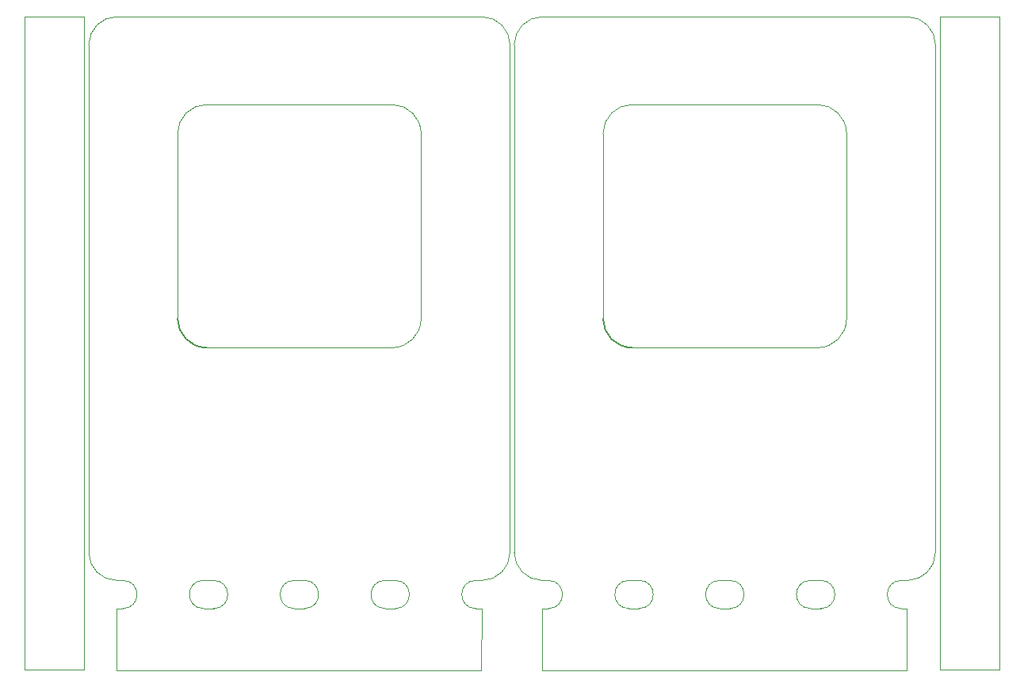
<source format=gbr>
%TF.GenerationSoftware,KiCad,Pcbnew,7.0.7*%
%TF.CreationDate,2023-10-25T17:49:02-07:00*%
%TF.ProjectId,sfh2430_breakout_panelized,73666832-3433-4305-9f62-7265616b6f75,rev?*%
%TF.SameCoordinates,Original*%
%TF.FileFunction,Profile,NP*%
%FSLAX46Y46*%
G04 Gerber Fmt 4.6, Leading zero omitted, Abs format (unit mm)*
G04 Created by KiCad (PCBNEW 7.0.7) date 2023-10-25 17:49:02*
%MOMM*%
%LPD*%
G01*
G04 APERTURE LIST*
%TA.AperFunction,Profile*%
%ADD10C,0.100000*%
%TD*%
%TA.AperFunction,Profile*%
%ADD11C,0.150000*%
%TD*%
G04 APERTURE END LIST*
D10*
X137100000Y-106600000D02*
G75*
G03*
X137100000Y-109600000I0J-1500000D01*
G01*
X117700000Y-109600000D02*
X118800000Y-109600000D01*
X73350000Y-106600000D02*
X72250000Y-106600000D01*
X53300000Y-46300000D02*
X92300000Y-46300000D01*
X50300000Y-103600000D02*
G75*
G03*
X53300000Y-106600000I3000000J0D01*
G01*
X43475000Y-116175000D02*
X43475000Y-46325000D01*
X95300000Y-49300000D02*
X95300000Y-103600000D01*
X98750000Y-116200000D02*
X137700000Y-116200000D01*
X128500000Y-106600000D02*
X127400000Y-106600000D01*
X118800000Y-106600000D02*
X117700000Y-106600000D01*
X127400000Y-106600000D02*
G75*
G03*
X127400000Y-109600000I0J-1500000D01*
G01*
X83050000Y-109600000D02*
X81950000Y-109600000D01*
X147575000Y-46325000D02*
X147575000Y-116175000D01*
X98750000Y-109600000D02*
X98750000Y-116200000D01*
X137750000Y-106600000D02*
X137100000Y-106600000D01*
X92258731Y-109600000D02*
X92250000Y-116200000D01*
X95750000Y-103600000D02*
G75*
G03*
X98750000Y-106600000I3000000J0D01*
G01*
X49825000Y-46325000D02*
X49825000Y-116175000D01*
X63650000Y-106600000D02*
X62550000Y-106600000D01*
X98750000Y-46300000D02*
G75*
G03*
X95750000Y-49300000I0J-3000000D01*
G01*
X147575000Y-116175000D02*
X141225000Y-116175000D01*
X62550000Y-106600000D02*
G75*
G03*
X62550000Y-109600000I0J-1500000D01*
G01*
X92300000Y-106600000D02*
X91650000Y-106600000D01*
X140750000Y-49300000D02*
G75*
G03*
X137750000Y-46300000I-3000000J0D01*
G01*
X108342031Y-55692031D02*
G75*
G03*
X105242031Y-58792031I-31J-3099969D01*
G01*
X62550000Y-109600000D02*
X63650000Y-109600000D01*
X128157968Y-81707968D02*
G75*
G03*
X131257968Y-78607968I32J3099968D01*
G01*
X128500000Y-109600000D02*
G75*
G03*
X128500000Y-106600000I0J1500000D01*
G01*
X131258000Y-58800000D02*
G75*
G03*
X128157949Y-55700000I-3100000J0D01*
G01*
X98750000Y-46300000D02*
X137750000Y-46300000D01*
X99400000Y-106600000D02*
X98750000Y-106600000D01*
X63650000Y-109600000D02*
G75*
G03*
X63650000Y-106600000I0J1500000D01*
G01*
X109100000Y-106600000D02*
X108000000Y-106600000D01*
X131257949Y-78603984D02*
X131257949Y-58800000D01*
X95300000Y-49300000D02*
G75*
G03*
X92300000Y-46300000I-3000000J0D01*
G01*
X92300000Y-106600000D02*
G75*
G03*
X95300000Y-103600000I0J3000000D01*
G01*
X83050000Y-109600000D02*
G75*
G03*
X83050000Y-106600000I0J1500000D01*
G01*
X53300000Y-116200000D02*
X92250000Y-116200000D01*
X62892031Y-81696015D02*
X82707968Y-81707968D01*
X95750000Y-49300000D02*
X95750000Y-103600000D01*
X50300000Y-49300000D02*
X50300000Y-103600000D01*
X82707968Y-81707968D02*
G75*
G03*
X85807968Y-78607968I32J3099968D01*
G01*
D11*
X59791985Y-78596015D02*
G75*
G03*
X62892031Y-81696015I3100015J15D01*
G01*
D10*
X72250000Y-106600000D02*
G75*
G03*
X72250000Y-109600000I0J-1500000D01*
G01*
X108342031Y-55692031D02*
X128157949Y-55700000D01*
X105242031Y-78596015D02*
X105242031Y-58792031D01*
X141225000Y-116175000D02*
X141225000Y-46325000D01*
D11*
X105242085Y-78596015D02*
G75*
G03*
X108342031Y-81696015I3099915J-85D01*
G01*
D10*
X128500000Y-109600000D02*
X127400000Y-109600000D01*
X141225000Y-46325000D02*
X147575000Y-46325000D01*
X62892031Y-55692031D02*
X82707949Y-55700000D01*
X109100000Y-109600000D02*
G75*
G03*
X109100000Y-106600000I0J1500000D01*
G01*
X99400000Y-109600000D02*
X98750000Y-109600000D01*
X73350000Y-109600000D02*
G75*
G03*
X73350000Y-106600000I0J1500000D01*
G01*
X137750000Y-106600000D02*
G75*
G03*
X140750000Y-103600000I0J3000000D01*
G01*
X62892031Y-55692031D02*
G75*
G03*
X59792031Y-58792031I-1J-3099999D01*
G01*
X72250000Y-109600000D02*
X73350000Y-109600000D01*
X99400000Y-109600000D02*
G75*
G03*
X99400000Y-106600000I0J1500000D01*
G01*
X91650000Y-109600000D02*
X92258731Y-109600000D01*
X43475000Y-46325000D02*
X49825000Y-46325000D01*
X85807949Y-78603984D02*
X85807949Y-58800000D01*
X53950000Y-109600000D02*
X53300000Y-109600000D01*
X108000000Y-106600000D02*
G75*
G03*
X108000000Y-109600000I0J-1500000D01*
G01*
X83050000Y-106600000D02*
X81950000Y-106600000D01*
X137100000Y-109600000D02*
X137708731Y-109600000D01*
X118800000Y-109600000D02*
G75*
G03*
X118800000Y-106600000I0J1500000D01*
G01*
X108000000Y-109600000D02*
X109100000Y-109600000D01*
X85807900Y-58800000D02*
G75*
G03*
X82707949Y-55700000I-3099900J100D01*
G01*
X117700000Y-106600000D02*
G75*
G03*
X117700000Y-109600000I0J-1500000D01*
G01*
X137708731Y-109600000D02*
X137700000Y-116200000D01*
X59792031Y-78596015D02*
X59792031Y-58792031D01*
X53950000Y-106600000D02*
X53300000Y-106600000D01*
X81950000Y-106600000D02*
G75*
G03*
X81950000Y-109600000I0J-1500000D01*
G01*
X53300000Y-109600000D02*
X53300000Y-116200000D01*
X49825000Y-116175000D02*
X43475000Y-116175000D01*
X53300000Y-46300000D02*
G75*
G03*
X50300000Y-49300000I0J-3000000D01*
G01*
X108342031Y-81696015D02*
X128157968Y-81707968D01*
X53950000Y-109600000D02*
G75*
G03*
X53950000Y-106600000I0J1500000D01*
G01*
X140750000Y-49300000D02*
X140750000Y-103600000D01*
X91650000Y-106600000D02*
G75*
G03*
X91650000Y-109600000I0J-1500000D01*
G01*
M02*

</source>
